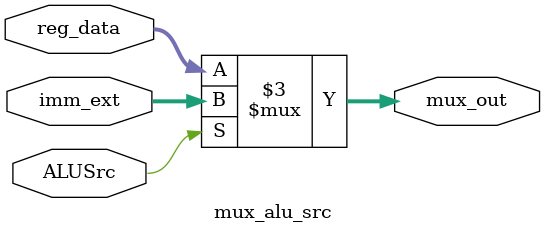
<source format=v>
module mux_alu_src(
    input wire [31:0] reg_data,    // Valor ReadData2
    input wire [31:0] imm_ext,     // Valor imediato 
    input wire ALUSrc,             // 0 = registrador, 1 = imediato
    output wire [31:0] mux_out     
);
    always @(*) begin
    if (ALUSrc)
        mux_out = imm_ext;
    else
        mux_out = reg_data;
    end
endmodule
</source>
